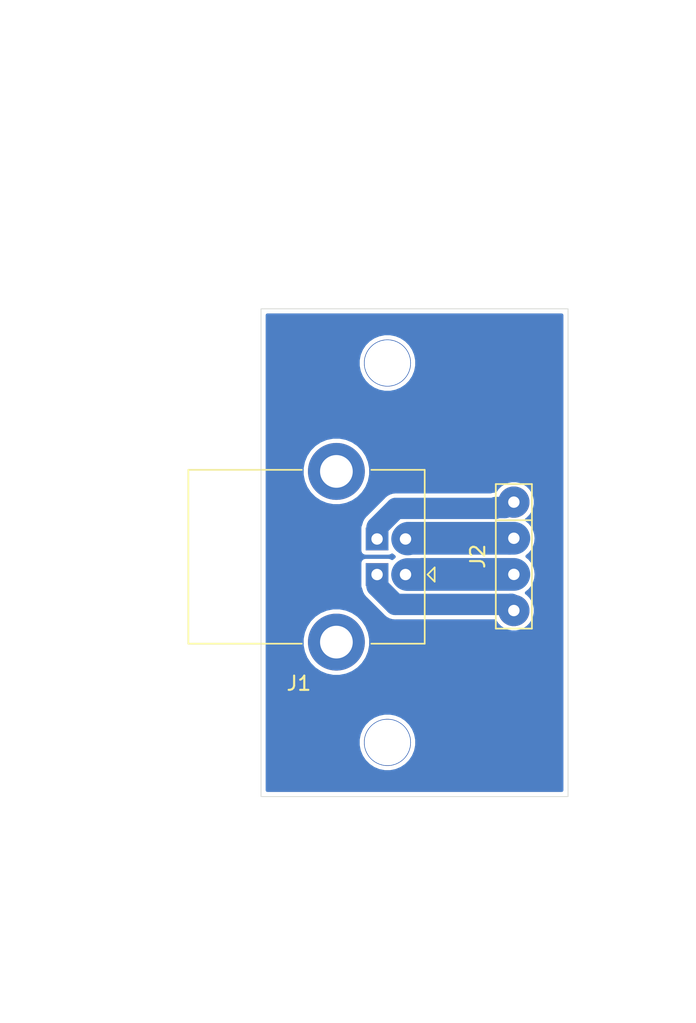
<source format=kicad_pcb>
(kicad_pcb (version 20171130) (host pcbnew "(5.1.6)-1")

  (general
    (thickness 1.6)
    (drawings 16)
    (tracks 25)
    (zones 0)
    (modules 2)
    (nets 5)
  )

  (page A4)
  (layers
    (0 F.Cu signal)
    (31 B.Cu signal)
    (32 B.Adhes user)
    (33 F.Adhes user)
    (34 B.Paste user)
    (35 F.Paste user)
    (36 B.SilkS user)
    (37 F.SilkS user)
    (38 B.Mask user)
    (39 F.Mask user)
    (40 Dwgs.User user)
    (41 Cmts.User user)
    (42 Eco1.User user)
    (43 Eco2.User user)
    (44 Edge.Cuts user)
    (45 Margin user)
    (46 B.CrtYd user)
    (47 F.CrtYd user)
    (48 B.Fab user)
    (49 F.Fab user)
  )

  (setup
    (last_trace_width 0.25)
    (user_trace_width 1.5)
    (user_trace_width 2.3)
    (trace_clearance 0.2)
    (zone_clearance 0.508)
    (zone_45_only no)
    (trace_min 0.2)
    (via_size 0.8)
    (via_drill 0.4)
    (via_min_size 0.4)
    (via_min_drill 0.3)
    (user_via 3.3 3.2)
    (uvia_size 0.3)
    (uvia_drill 0.1)
    (uvias_allowed no)
    (uvia_min_size 0.2)
    (uvia_min_drill 0.1)
    (edge_width 0.05)
    (segment_width 0.2)
    (pcb_text_width 0.3)
    (pcb_text_size 1.5 1.5)
    (mod_edge_width 0.12)
    (mod_text_size 1 1)
    (mod_text_width 0.15)
    (pad_size 1.6 1.6)
    (pad_drill 0.8)
    (pad_to_mask_clearance 0.05)
    (aux_axis_origin 0 0)
    (visible_elements 7FFFFFFF)
    (pcbplotparams
      (layerselection 0x01040_fffffffe)
      (usegerberextensions false)
      (usegerberattributes true)
      (usegerberadvancedattributes true)
      (creategerberjobfile false)
      (excludeedgelayer true)
      (linewidth 0.100000)
      (plotframeref false)
      (viasonmask false)
      (mode 1)
      (useauxorigin false)
      (hpglpennumber 1)
      (hpglpenspeed 20)
      (hpglpendiameter 15.000000)
      (psnegative false)
      (psa4output false)
      (plotreference true)
      (plotvalue true)
      (plotinvisibletext false)
      (padsonsilk false)
      (subtractmaskfromsilk false)
      (outputformat 1)
      (mirror false)
      (drillshape 0)
      (scaleselection 1)
      (outputdirectory "plot/"))
  )

  (net 0 "")
  (net 1 "Net-(J1-Pad1)")
  (net 2 "Net-(J1-Pad2)")
  (net 3 "Net-(J1-Pad3)")
  (net 4 "Net-(J1-Pad4)")

  (net_class Default "This is the default net class."
    (clearance 0.2)
    (trace_width 0.25)
    (via_dia 0.8)
    (via_drill 0.4)
    (uvia_dia 0.3)
    (uvia_drill 0.1)
    (add_net "Net-(J1-Pad1)")
    (add_net "Net-(J1-Pad2)")
    (add_net "Net-(J1-Pad3)")
    (add_net "Net-(J1-Pad4)")
  )

  (module Connector_USB:USB_B_Lumberg_2411_02_Horizontal (layer F.Cu) (tedit 624C7E20) (tstamp 624CD5AA)
    (at 10.16 -15.61 180)
    (descr "USB 2.0 receptacle type B, horizontal version, through-hole, https://downloads.lumberg.com/datenblaetter/en/2411_02.pdf")
    (tags "USB B receptacle horizontal through-hole")
    (path /624C7923)
    (fp_text reference J1 (at 7.5 -7.65) (layer F.SilkS)
      (effects (font (size 1 1) (thickness 0.15)))
    )
    (fp_text value Conn_01x04 (at 7.05 10.45) (layer F.Fab)
      (effects (font (size 1 1) (thickness 0.15)))
    )
    (fp_line (start -1.24 7.25) (end -1.24 -4.75) (layer F.Fab) (width 0.1))
    (fp_line (start -1.24 -4.75) (end 15.16 -4.75) (layer F.Fab) (width 0.1))
    (fp_line (start 15.16 -4.75) (end 15.16 7.25) (layer F.Fab) (width 0.1))
    (fp_line (start 15.16 7.25) (end -1.24 7.25) (layer F.Fab) (width 0.1))
    (fp_line (start -1.24 0.49) (end -0.75 0) (layer F.Fab) (width 0.1))
    (fp_line (start -0.75 0) (end -1.24 -0.49) (layer F.Fab) (width 0.1))
    (fp_line (start -1.35 7.36) (end -1.35 -4.86) (layer F.SilkS) (width 0.12))
    (fp_line (start -1.35 7.36) (end 2.4 7.36) (layer F.SilkS) (width 0.12))
    (fp_line (start -1.35 -4.86) (end 2.4 -4.86) (layer F.SilkS) (width 0.12))
    (fp_line (start 15.27 7.36) (end 15.27 -4.86) (layer F.SilkS) (width 0.12))
    (fp_line (start 15.27 -4.86) (end 7.3 -4.86) (layer F.SilkS) (width 0.12))
    (fp_line (start 15.27 7.36) (end 7.3 7.36) (layer F.SilkS) (width 0.12))
    (fp_line (start -1.55 0) (end -2.05 -0.5) (layer F.SilkS) (width 0.12))
    (fp_line (start -2.05 -0.5) (end -2.05 0.5) (layer F.SilkS) (width 0.12))
    (fp_line (start -2.05 0.5) (end -1.55 0) (layer F.SilkS) (width 0.12))
    (fp_line (start -1.74 9.75) (end 15.66 9.75) (layer F.CrtYd) (width 0.05))
    (fp_line (start 15.66 9.75) (end 15.66 -7.25) (layer F.CrtYd) (width 0.05))
    (fp_line (start 15.66 -7.25) (end -1.74 -7.25) (layer F.CrtYd) (width 0.05))
    (fp_line (start -1.74 -7.25) (end -1.74 9.75) (layer F.CrtYd) (width 0.05))
    (fp_text user %R (at 7.5 1.25 180) (layer F.Fab)
      (effects (font (size 1 1) (thickness 0.15)))
    )
    (pad 1 thru_hole circle (at 0 0 270) (size 1.6 1.6) (drill 0.8) (layers *.Cu *.Mask)
      (net 1 "Net-(J1-Pad1)"))
    (pad 2 thru_hole circle (at 0 2.5 270) (size 1.6 1.6) (drill 0.8) (layers *.Cu *.Mask)
      (net 2 "Net-(J1-Pad2)"))
    (pad 3 thru_hole rect (at 2 2.5 270) (size 1.6 1.6) (drill 0.8) (layers *.Cu *.Mask)
      (net 3 "Net-(J1-Pad3)"))
    (pad 4 thru_hole rect (at 2 0 270) (size 1.6 1.6) (drill 0.8) (layers *.Cu *.Mask)
      (net 4 "Net-(J1-Pad4)"))
    (pad 5 thru_hole circle (at 4.86 7.25 270) (size 4 4) (drill 2.3) (layers *.Cu *.Mask))
    (pad 5 thru_hole circle (at 4.86 -4.75 270) (size 4 4) (drill 2.3) (layers *.Cu *.Mask))
    (model ${KISYS3DMOD}/Connector_USB.3dshapes/USB_B_Lumberg_2411_02_Horizontal.wrl
      (at (xyz 0 0 0))
      (scale (xyz 1 1 1))
      (rotate (xyz 0 0 0))
    )
  )

  (module cnc3018-PCB:my4pin (layer F.Cu) (tedit 612D2557) (tstamp 624CD406)
    (at 17.78 -20.7 270)
    (path /624C86B7)
    (fp_text reference J2 (at 3.81 2.54 90) (layer F.SilkS)
      (effects (font (size 1 1) (thickness 0.15)))
    )
    (fp_text value Conn_01x04 (at 3.81 -2.54 90) (layer F.Fab)
      (effects (font (size 1 1) (thickness 0.15)))
    )
    (fp_line (start -1.27 -1.27) (end -1.27 1.27) (layer F.SilkS) (width 0.12))
    (fp_line (start -1.27 -1.27) (end 1.27 -1.27) (layer F.SilkS) (width 0.12))
    (fp_line (start 1.27 -1.27) (end 1.27 1.27) (layer F.SilkS) (width 0.12))
    (fp_line (start -1.27 1.27) (end 8.89 1.27) (layer F.SilkS) (width 0.12))
    (fp_line (start 8.89 1.27) (end 8.89 -1.27) (layer F.SilkS) (width 0.12))
    (fp_line (start 8.89 -1.27) (end 1.27 -1.27) (layer F.SilkS) (width 0.12))
    (pad 1 thru_hole circle (at 0 0 270) (size 2.2 2.2) (drill 0.8) (layers *.Cu *.Mask)
      (net 3 "Net-(J1-Pad3)"))
    (pad 2 thru_hole circle (at 2.54 0 270) (size 2.2 2.2) (drill 0.8) (layers *.Cu *.Mask)
      (net 2 "Net-(J1-Pad2)"))
    (pad 3 thru_hole circle (at 5.08 0 270) (size 2.2 2.2) (drill 0.8) (layers *.Cu *.Mask)
      (net 1 "Net-(J1-Pad1)"))
    (pad 4 thru_hole circle (at 7.62 0 270) (size 2.2 2.2) (drill 0.8) (layers *.Cu *.Mask)
      (net 4 "Net-(J1-Pad4)"))
  )

  (dimension 11.3 (width 0.15) (layer Dwgs.User)
    (gr_text "11.300 mm" (at 25.5 -28.65 90) (layer Dwgs.User)
      (effects (font (size 1 1) (thickness 0.15)))
    )
    (feature1 (pts (xy 5.2 -34.3) (xy 24.786421 -34.3)))
    (feature2 (pts (xy 5.2 -23) (xy 24.786421 -23)))
    (crossbar (pts (xy 24.2 -23) (xy 24.2 -34.3)))
    (arrow1a (pts (xy 24.2 -34.3) (xy 24.786421 -33.173496)))
    (arrow1b (pts (xy 24.2 -34.3) (xy 23.613579 -33.173496)))
    (arrow2a (pts (xy 24.2 -23) (xy 24.786421 -24.126504)))
    (arrow2b (pts (xy 24.2 -23) (xy 23.613579 -24.126504)))
  )
  (dimension 5 (width 0.15) (layer Dwgs.User)
    (gr_text "5.000 mm" (at 2.6 -24.3) (layer Dwgs.User)
      (effects (font (size 1 1) (thickness 0.15)))
    )
    (feature1 (pts (xy 0.1 -23) (xy 0.1 -23.586421)))
    (feature2 (pts (xy 5.1 -23) (xy 5.1 -23.586421)))
    (crossbar (pts (xy 5.1 -23) (xy 0.1 -23)))
    (arrow1a (pts (xy 0.1 -23) (xy 1.226504 -23.586421)))
    (arrow1b (pts (xy 0.1 -23) (xy 1.226504 -22.413579)))
    (arrow2a (pts (xy 5.1 -23) (xy 3.973496 -23.586421)))
    (arrow2b (pts (xy 5.1 -23) (xy 3.973496 -22.413579)))
  )
  (dimension 17.4 (width 0.15) (layer Dwgs.User)
    (gr_text "17.400 mm" (at 3.2 -55.3) (layer Dwgs.User)
      (effects (font (size 1 1) (thickness 0.15)))
    )
    (feature1 (pts (xy 11.9 -25.36) (xy 11.9 -54.586421)))
    (feature2 (pts (xy -5.5 -25.36) (xy -5.5 -54.586421)))
    (crossbar (pts (xy -5.5 -54) (xy 11.9 -54)))
    (arrow1a (pts (xy 11.9 -54) (xy 10.773496 -53.413579)))
    (arrow1b (pts (xy 11.9 -54) (xy 10.773496 -54.586421)))
    (arrow2a (pts (xy -5.5 -54) (xy -4.373496 -53.413579)))
    (arrow2b (pts (xy -5.5 -54) (xy -4.373496 -54.586421)))
  )
  (dimension 5.500145 (width 0.15) (layer Dwgs.User)
    (gr_text "5.500 mm" (at -2.445065 16.548581 0.4166892318) (layer Dwgs.User)
      (effects (font (size 1 1) (thickness 0.15)))
    )
    (feature1 (pts (xy 0 -25.4) (xy 0.299746 15.81502)))
    (feature2 (pts (xy -5.5 -25.36) (xy -5.200254 15.85502)))
    (crossbar (pts (xy -5.204519 15.268615) (xy 0.295481 15.228615)))
    (arrow1a (pts (xy 0.295481 15.228615) (xy -0.826728 15.823213)))
    (arrow1b (pts (xy 0.295481 15.228615) (xy -0.835258 14.650402)))
    (arrow2a (pts (xy -5.204519 15.268615) (xy -4.07378 15.846828)))
    (arrow2b (pts (xy -5.204519 15.268615) (xy -4.08231 14.674017)))
  )
  (gr_text "10mm high\n" (at -13.97 -7.62) (layer Dwgs.User)
    (effects (font (size 1 1) (thickness 0.15)))
  )
  (dimension 12 (width 0.15) (layer Dwgs.User)
    (gr_text "12.000 mm" (at -11.46 -16.86 270) (layer Dwgs.User)
      (effects (font (size 1 1) (thickness 0.15)))
    )
    (feature1 (pts (xy -5 -10.86) (xy -10.746421 -10.86)))
    (feature2 (pts (xy -5 -22.86) (xy -10.746421 -22.86)))
    (crossbar (pts (xy -10.16 -22.86) (xy -10.16 -10.86)))
    (arrow1a (pts (xy -10.16 -10.86) (xy -10.746421 -11.986504)))
    (arrow1b (pts (xy -10.16 -10.86) (xy -9.573579 -11.986504)))
    (arrow2a (pts (xy -10.16 -22.86) (xy -10.746421 -21.733496)))
    (arrow2b (pts (xy -10.16 -22.86) (xy -9.573579 -21.733496)))
  )
  (dimension 8.89 (width 0.15) (layer Dwgs.User)
    (gr_text "8.890 mm" (at 4.445 -40.67) (layer Dwgs.User)
      (effects (font (size 1 1) (thickness 0.15)))
    )
    (feature1 (pts (xy 0 -30.48) (xy 0 -39.956421)))
    (feature2 (pts (xy 8.89 -30.48) (xy 8.89 -39.956421)))
    (crossbar (pts (xy 8.89 -39.37) (xy 0 -39.37)))
    (arrow1a (pts (xy 0 -39.37) (xy 1.126504 -39.956421)))
    (arrow1b (pts (xy 0 -39.37) (xy 1.126504 -38.783579)))
    (arrow2a (pts (xy 8.89 -39.37) (xy 7.763496 -39.956421)))
    (arrow2b (pts (xy 8.89 -39.37) (xy 7.763496 -38.783579)))
  )
  (dimension 3.81 (width 0.15) (layer Dwgs.User)
    (gr_text "3.810 mm" (at -6.38 -32.385 90) (layer Dwgs.User)
      (effects (font (size 1 1) (thickness 0.15)))
    )
    (feature1 (pts (xy 8.89 -34.29) (xy -5.666421 -34.29)))
    (feature2 (pts (xy 8.89 -30.48) (xy -5.666421 -30.48)))
    (crossbar (pts (xy -5.08 -30.48) (xy -5.08 -34.29)))
    (arrow1a (pts (xy -5.08 -34.29) (xy -4.493579 -33.163496)))
    (arrow1b (pts (xy -5.08 -34.29) (xy -5.666421 -33.163496)))
    (arrow2a (pts (xy -5.08 -30.48) (xy -4.493579 -31.606504)))
    (arrow2b (pts (xy -5.08 -30.48) (xy -5.666421 -31.606504)))
  )
  (dimension 3.81 (width 0.15) (layer Dwgs.User)
    (gr_text "3.810 mm" (at -7.65 -1.905 270) (layer Dwgs.User)
      (effects (font (size 1 1) (thickness 0.15)))
    )
    (feature1 (pts (xy 8.89 0) (xy -6.936421 0)))
    (feature2 (pts (xy 8.89 -3.81) (xy -6.936421 -3.81)))
    (crossbar (pts (xy -6.35 -3.81) (xy -6.35 0)))
    (arrow1a (pts (xy -6.35 0) (xy -6.936421 -1.126504)))
    (arrow1b (pts (xy -6.35 0) (xy -5.763579 -1.126504)))
    (arrow2a (pts (xy -6.35 -3.81) (xy -6.936421 -2.683496)))
    (arrow2b (pts (xy -6.35 -3.81) (xy -5.763579 -2.683496)))
  )
  (dimension 8.89 (width 0.15) (layer Dwgs.User)
    (gr_text "8.890 mm" (at 4.445 8.92) (layer Dwgs.User)
      (effects (font (size 1 1) (thickness 0.15)))
    )
    (feature1 (pts (xy 0 -3.81) (xy 0 8.206421)))
    (feature2 (pts (xy 8.89 -3.81) (xy 8.89 8.206421)))
    (crossbar (pts (xy 8.89 7.62) (xy 0 7.62)))
    (arrow1a (pts (xy 0 7.62) (xy 1.126504 7.033579)))
    (arrow1b (pts (xy 0 7.62) (xy 1.126504 8.206421)))
    (arrow2a (pts (xy 8.89 7.62) (xy 7.763496 7.033579)))
    (arrow2b (pts (xy 8.89 7.62) (xy 7.763496 8.206421)))
  )
  (dimension 34.29 (width 0.15) (layer Dwgs.User)
    (gr_text "34.290 mm" (at 29.24 -17.145 270) (layer Dwgs.User)
      (effects (font (size 1 1) (thickness 0.15)))
    )
    (feature1 (pts (xy 21.59 0) (xy 28.526421 0)))
    (feature2 (pts (xy 21.59 -34.29) (xy 28.526421 -34.29)))
    (crossbar (pts (xy 27.94 -34.29) (xy 27.94 0)))
    (arrow1a (pts (xy 27.94 0) (xy 27.353579 -1.126504)))
    (arrow1b (pts (xy 27.94 0) (xy 28.526421 -1.126504)))
    (arrow2a (pts (xy 27.94 -34.29) (xy 27.353579 -33.163496)))
    (arrow2b (pts (xy 27.94 -34.29) (xy 28.526421 -33.163496)))
  )
  (dimension 21.59 (width 0.15) (layer Dwgs.User)
    (gr_text "21.590 mm" (at 10.795 -45.75) (layer Dwgs.User)
      (effects (font (size 1 1) (thickness 0.15)))
    )
    (feature1 (pts (xy 21.59 -34.29) (xy 21.59 -45.036421)))
    (feature2 (pts (xy 0 -34.29) (xy 0 -45.036421)))
    (crossbar (pts (xy 0 -44.45) (xy 21.59 -44.45)))
    (arrow1a (pts (xy 21.59 -44.45) (xy 20.463496 -43.863579)))
    (arrow1b (pts (xy 21.59 -44.45) (xy 20.463496 -45.036421)))
    (arrow2a (pts (xy 0 -44.45) (xy 1.126504 -43.863579)))
    (arrow2b (pts (xy 0 -44.45) (xy 1.126504 -45.036421)))
  )
  (gr_line (start 21.59 0) (end 0 0) (layer Edge.Cuts) (width 0.05) (tstamp 624CD56E))
  (gr_line (start 21.59 -34.29) (end 21.59 0) (layer Edge.Cuts) (width 0.05))
  (gr_line (start 0 -34.29) (end 21.59 -34.29) (layer Edge.Cuts) (width 0.05))
  (gr_line (start 0 0) (end 0 -34.29) (layer Edge.Cuts) (width 0.05))

  (via (at 8.89 -30.48) (size 3.3) (drill 3.2) (layers F.Cu B.Cu) (net 0))
  (via (at 8.89 -3.81) (size 3.3) (drill 3.2) (layers F.Cu B.Cu) (net 0))
  (segment (start 17.77 -15.61) (end 17.78 -15.62) (width 1.5) (layer B.Cu) (net 1))
  (segment (start 10.270001 -15.62) (end 10.260001 -15.61) (width 2.2) (layer B.Cu) (net 1))
  (segment (start 11.345549 -15.61) (end 10.310001 -15.61) (width 2.3) (layer B.Cu) (net 1))
  (segment (start 17.78 -15.62) (end 11.355549 -15.62) (width 2.3) (layer B.Cu) (net 1))
  (segment (start 11.355549 -15.62) (end 11.345549 -15.61) (width 2.3) (layer B.Cu) (net 1))
  (segment (start 17.73 -18.11) (end 17.78 -18.16) (width 1.5) (layer B.Cu) (net 2))
  (segment (start 17.78 -18.16) (end 17.525 -18.16) (width 2.2) (layer B.Cu) (net 2))
  (segment (start 17.525 -18.16) (end 17.475 -18.11) (width 2.2) (layer B.Cu) (net 2))
  (segment (start 10.360001 -18.16) (end 10.310001 -18.11) (width 2.3) (layer B.Cu) (net 2))
  (segment (start 17.78 -18.16) (end 10.360001 -18.16) (width 2.3) (layer B.Cu) (net 2))
  (segment (start 17.525 -20.7) (end 17.145 -20.32) (width 1.5) (layer B.Cu) (net 3))
  (segment (start 17.78 -20.7) (end 17.525 -20.7) (width 1.5) (layer B.Cu) (net 3))
  (segment (start 16.51 -20.32) (end 16.45001 -20.26001) (width 1.5) (layer B.Cu) (net 3))
  (segment (start 17.145 -20.32) (end 16.51 -20.32) (width 1.5) (layer B.Cu) (net 3))
  (segment (start 16.45001 -20.26001) (end 9.490149 -20.26001) (width 1.5) (layer B.Cu) (net 3))
  (segment (start 8.16 -18.929861) (end 8.16 -18.11) (width 1.5) (layer B.Cu) (net 3))
  (segment (start 9.490149 -20.26001) (end 8.16 -18.929861) (width 1.5) (layer B.Cu) (net 3))
  (segment (start 8.16 -14.790139) (end 8.16 -15.61) (width 1.5) (layer B.Cu) (net 4))
  (segment (start 17.78 -13.335) (end 17.59501 -13.51999) (width 1.5) (layer B.Cu) (net 4))
  (segment (start 17.78 -13.08) (end 17.78 -13.335) (width 1.5) (layer B.Cu) (net 4))
  (segment (start 17.58501 -13.50999) (end 9.440149 -13.50999) (width 1.5) (layer B.Cu) (net 4))
  (segment (start 17.59501 -13.51999) (end 17.58501 -13.50999) (width 1.5) (layer B.Cu) (net 4))
  (segment (start 9.440149 -13.50999) (end 8.16 -14.790139) (width 1.5) (layer B.Cu) (net 4))

  (zone (net 0) (net_name "") (layer B.Cu) (tstamp 624CD760) (hatch edge 0.508)
    (connect_pads yes (clearance 0.3))
    (min_thickness 0.254)
    (fill yes (arc_segments 32) (thermal_gap 0.508) (thermal_bridge_width 0.508))
    (polygon
      (pts
        (xy 21.59 0) (xy 0 0) (xy 0 -34.29) (xy 21.59 -34.29)
      )
    )
    (filled_polygon
      (pts
        (xy 21.138001 -0.452) (xy 0.452 -0.452) (xy 0.452 -4.014567) (xy 6.813 -4.014567) (xy 6.813 -3.605433)
        (xy 6.892818 -3.204161) (xy 7.049386 -2.826171) (xy 7.276689 -2.485989) (xy 7.565989 -2.196689) (xy 7.906171 -1.969386)
        (xy 8.284161 -1.812818) (xy 8.685433 -1.733) (xy 9.094567 -1.733) (xy 9.495839 -1.812818) (xy 9.873829 -1.969386)
        (xy 10.214011 -2.196689) (xy 10.503311 -2.485989) (xy 10.730614 -2.826171) (xy 10.887182 -3.204161) (xy 10.967 -3.605433)
        (xy 10.967 -4.014567) (xy 10.887182 -4.415839) (xy 10.730614 -4.793829) (xy 10.503311 -5.134011) (xy 10.214011 -5.423311)
        (xy 9.873829 -5.650614) (xy 9.495839 -5.807182) (xy 9.094567 -5.887) (xy 8.685433 -5.887) (xy 8.284161 -5.807182)
        (xy 7.906171 -5.650614) (xy 7.565989 -5.423311) (xy 7.276689 -5.134011) (xy 7.049386 -4.793829) (xy 6.892818 -4.415839)
        (xy 6.813 -4.014567) (xy 0.452 -4.014567) (xy 0.452 -11.099039) (xy 2.873 -11.099039) (xy 2.873 -10.620961)
        (xy 2.966268 -10.15207) (xy 3.149221 -9.710385) (xy 3.414826 -9.312878) (xy 3.752878 -8.974826) (xy 4.150385 -8.709221)
        (xy 4.59207 -8.526268) (xy 5.060961 -8.433) (xy 5.539039 -8.433) (xy 6.00793 -8.526268) (xy 6.449615 -8.709221)
        (xy 6.847122 -8.974826) (xy 7.185174 -9.312878) (xy 7.450779 -9.710385) (xy 7.633732 -10.15207) (xy 7.727 -10.620961)
        (xy 7.727 -11.099039) (xy 7.633732 -11.56793) (xy 7.450779 -12.009615) (xy 7.185174 -12.407122) (xy 6.847122 -12.745174)
        (xy 6.449615 -13.010779) (xy 6.00793 -13.193732) (xy 5.539039 -13.287) (xy 5.060961 -13.287) (xy 4.59207 -13.193732)
        (xy 4.150385 -13.010779) (xy 3.752878 -12.745174) (xy 3.414826 -12.407122) (xy 3.149221 -12.009615) (xy 2.966268 -11.56793)
        (xy 2.873 -11.099039) (xy 0.452 -11.099039) (xy 0.452 -18.91) (xy 6.930934 -18.91) (xy 6.930934 -17.31)
        (xy 6.939178 -17.226293) (xy 6.963595 -17.145804) (xy 7.003245 -17.071624) (xy 7.056605 -17.006605) (xy 7.121624 -16.953245)
        (xy 7.195804 -16.913595) (xy 7.276293 -16.889178) (xy 7.36 -16.880934) (xy 8.96 -16.880934) (xy 9.043707 -16.889178)
        (xy 9.124196 -16.913595) (xy 9.198376 -16.953245) (xy 9.216025 -16.967729) (xy 9.347292 -16.860001) (xy 9.216024 -16.752272)
        (xy 9.198376 -16.766755) (xy 9.124196 -16.806405) (xy 9.043707 -16.830822) (xy 8.96 -16.839066) (xy 7.36 -16.839066)
        (xy 7.276293 -16.830822) (xy 7.195804 -16.806405) (xy 7.121624 -16.766755) (xy 7.056605 -16.713395) (xy 7.003245 -16.648376)
        (xy 6.963595 -16.574196) (xy 6.939178 -16.493707) (xy 6.930934 -16.41) (xy 6.930934 -14.81) (xy 6.939178 -14.726293)
        (xy 6.963595 -14.645804) (xy 6.99783 -14.581755) (xy 7.000031 -14.559408) (xy 7.067333 -14.337543) (xy 7.176626 -14.13307)
        (xy 7.323709 -13.953848) (xy 7.368623 -13.916988) (xy 8.567002 -12.718608) (xy 8.603858 -12.673699) (xy 8.783079 -12.526616)
        (xy 8.987552 -12.417323) (xy 9.187419 -12.356694) (xy 9.209417 -12.350021) (xy 9.440148 -12.327296) (xy 9.49796 -12.33299)
        (xy 16.442628 -12.33299) (xy 16.593901 -12.106594) (xy 16.806594 -11.893901) (xy 17.056694 -11.72679) (xy 17.33459 -11.611681)
        (xy 17.629604 -11.553) (xy 17.930396 -11.553) (xy 18.22541 -11.611681) (xy 18.503306 -11.72679) (xy 18.753406 -11.893901)
        (xy 18.966099 -12.106594) (xy 19.13321 -12.356694) (xy 19.248319 -12.63459) (xy 19.307 -12.929604) (xy 19.307 -13.230396)
        (xy 19.248319 -13.52541) (xy 19.13321 -13.803306) (xy 18.966099 -14.053406) (xy 18.753406 -14.266099) (xy 18.677724 -14.316668)
        (xy 18.900503 -14.499497) (xy 19.097572 -14.739627) (xy 19.244007 -15.013588) (xy 19.334182 -15.310854) (xy 19.36463 -15.62)
        (xy 19.334182 -15.929146) (xy 19.244007 -16.226412) (xy 19.097572 -16.500373) (xy 18.900503 -16.740503) (xy 18.71834 -16.89)
        (xy 18.900503 -17.039497) (xy 19.097572 -17.279627) (xy 19.244007 -17.553588) (xy 19.334182 -17.850854) (xy 19.36463 -18.16)
        (xy 19.334182 -18.469146) (xy 19.244007 -18.766412) (xy 19.097572 -19.040373) (xy 18.900503 -19.280503) (xy 18.677724 -19.463332)
        (xy 18.753406 -19.513901) (xy 18.966099 -19.726594) (xy 19.13321 -19.976694) (xy 19.248319 -20.25459) (xy 19.307 -20.549604)
        (xy 19.307 -20.850396) (xy 19.248319 -21.14541) (xy 19.13321 -21.423306) (xy 18.966099 -21.673406) (xy 18.753406 -21.886099)
        (xy 18.503306 -22.05321) (xy 18.22541 -22.168319) (xy 17.930396 -22.227) (xy 17.629604 -22.227) (xy 17.33459 -22.168319)
        (xy 17.056694 -22.05321) (xy 16.806594 -21.886099) (xy 16.593901 -21.673406) (xy 16.47771 -21.499514) (xy 16.452188 -21.497)
        (xy 16.279268 -21.479969) (xy 16.137651 -21.43701) (xy 9.547961 -21.43701) (xy 9.490149 -21.442704) (xy 9.432337 -21.43701)
        (xy 9.259417 -21.419979) (xy 9.037552 -21.352677) (xy 8.833079 -21.243384) (xy 8.722455 -21.152597) (xy 8.653858 -21.096301)
        (xy 8.617007 -21.051398) (xy 7.368622 -19.803011) (xy 7.323709 -19.766152) (xy 7.176626 -19.58693) (xy 7.067333 -19.382457)
        (xy 7.025629 -19.244976) (xy 7.000031 -19.160592) (xy 6.99783 -19.138245) (xy 6.963595 -19.074196) (xy 6.939178 -18.993707)
        (xy 6.930934 -18.91) (xy 0.452 -18.91) (xy 0.452 -23.099039) (xy 2.873 -23.099039) (xy 2.873 -22.620961)
        (xy 2.966268 -22.15207) (xy 3.149221 -21.710385) (xy 3.414826 -21.312878) (xy 3.752878 -20.974826) (xy 4.150385 -20.709221)
        (xy 4.59207 -20.526268) (xy 5.060961 -20.433) (xy 5.539039 -20.433) (xy 6.00793 -20.526268) (xy 6.449615 -20.709221)
        (xy 6.847122 -20.974826) (xy 7.185174 -21.312878) (xy 7.450779 -21.710385) (xy 7.633732 -22.15207) (xy 7.727 -22.620961)
        (xy 7.727 -23.099039) (xy 7.633732 -23.56793) (xy 7.450779 -24.009615) (xy 7.185174 -24.407122) (xy 6.847122 -24.745174)
        (xy 6.449615 -25.010779) (xy 6.00793 -25.193732) (xy 5.539039 -25.287) (xy 5.060961 -25.287) (xy 4.59207 -25.193732)
        (xy 4.150385 -25.010779) (xy 3.752878 -24.745174) (xy 3.414826 -24.407122) (xy 3.149221 -24.009615) (xy 2.966268 -23.56793)
        (xy 2.873 -23.099039) (xy 0.452 -23.099039) (xy 0.452 -30.684567) (xy 6.813 -30.684567) (xy 6.813 -30.275433)
        (xy 6.892818 -29.874161) (xy 7.049386 -29.496171) (xy 7.276689 -29.155989) (xy 7.565989 -28.866689) (xy 7.906171 -28.639386)
        (xy 8.284161 -28.482818) (xy 8.685433 -28.403) (xy 9.094567 -28.403) (xy 9.495839 -28.482818) (xy 9.873829 -28.639386)
        (xy 10.214011 -28.866689) (xy 10.503311 -29.155989) (xy 10.730614 -29.496171) (xy 10.887182 -29.874161) (xy 10.967 -30.275433)
        (xy 10.967 -30.684567) (xy 10.887182 -31.085839) (xy 10.730614 -31.463829) (xy 10.503311 -31.804011) (xy 10.214011 -32.093311)
        (xy 9.873829 -32.320614) (xy 9.495839 -32.477182) (xy 9.094567 -32.557) (xy 8.685433 -32.557) (xy 8.284161 -32.477182)
        (xy 7.906171 -32.320614) (xy 7.565989 -32.093311) (xy 7.276689 -31.804011) (xy 7.049386 -31.463829) (xy 6.892818 -31.085839)
        (xy 6.813 -30.684567) (xy 0.452 -30.684567) (xy 0.452 -33.838) (xy 21.138 -33.838)
      )
    )
  )
)

</source>
